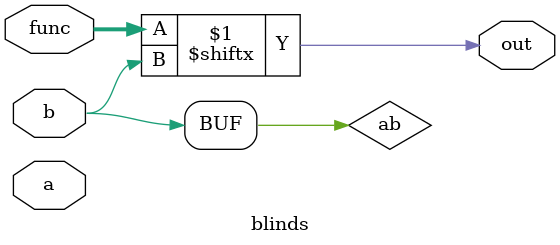
<source format=v>

`timescale 1ns / 100ps

module blinds(
    input a,
    input b,
    input [3:0] func,
    output out
    );
    
    wire   out;
         
    assign ab = {a,b};
    assign out = func[ab];
endmodule

</source>
